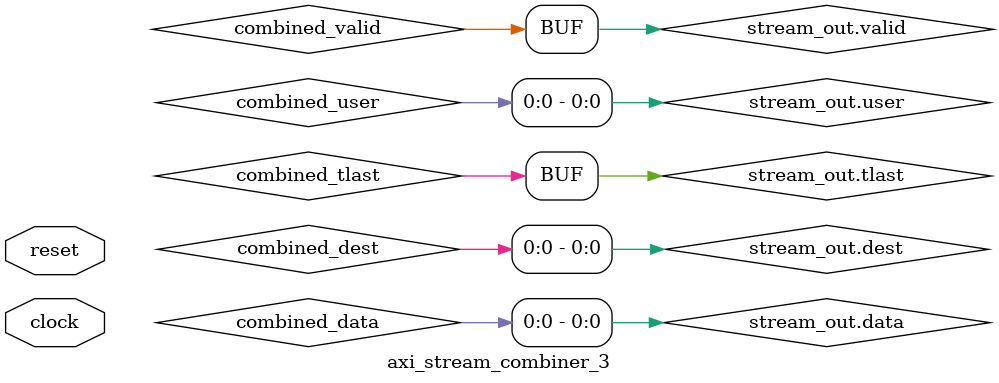
<source format=sv>

`timescale 10ns / 1ns
`include "interfaces.svh"

module axi_stream_combiner_3 #(parameter INPUT_DATA_WIDTH = 16, OUTPUT_DATA_WIDTH = 32, DEST_WIDTH = 8, USER_WIDTH = 8, TLAST_PERIOD = 1024, MSB_DEST_SUPPORT = "TRUE")(
    input wire clock,
    input wire reset,
    axi_stream.slave stream_in_1,
    axi_stream.slave stream_in_2,
    axi_stream.slave stream_in_3,
    axi_stream.master stream_out
);

    reg [INPUT_DATA_WIDTH-1:0] combined_data;
    reg [DEST_WIDTH-1:0] combined_dest;
    reg [USER_WIDTH-1:0] combined_user;
    reg combined_valid;
    wire combined_tlast;

    generate
        assign stream_out.tlast = combined_tlast;
        assign stream_out.user = combined_user;
        assign stream_out.valid = combined_valid;
        assign stream_out.dest = combined_dest;
        if(MSB_DEST_SUPPORT == "TRUE")begin
            assign stream_out.data = {combined_dest, {(OUTPUT_DATA_WIDTH-INPUT_DATA_WIDTH-8){combined_data[INPUT_DATA_WIDTH-1]} }, combined_data};
        end else begin
            assign stream_out.data = {{(OUTPUT_DATA_WIDTH-INPUT_DATA_WIDTH){combined_data[INPUT_DATA_WIDTH-1]}},combined_data};
        end  
    endgenerate



    ///////////////STREAM COMBINATION SECTION///////////////

    reg int_stream_1_ready, int_stream_2_ready, int_stream_3_ready;

    assign stream_in_1.ready = int_stream_1_ready & stream_out.ready;
    assign stream_in_2.ready = int_stream_2_ready & stream_out.ready;
    assign stream_in_3.ready = int_stream_3_ready & stream_out.ready; 

    always@(posedge clock)begin
        if(~reset)begin
            int_stream_1_ready <= 0;
            int_stream_2_ready <= 0;
            int_stream_3_ready <= 0; 
            combined_dest <= 0;
            combined_user <= 0;
            combined_valid <= 0;
            combined_data <= 0;
        end else begin

            if(stream_in_1.valid & stream_out.ready)begin
                int_stream_2_ready <= 0;
                int_stream_3_ready <= 0; 
                combined_user <= stream_in_1.user;            
                combined_dest <= stream_in_1.dest;
                combined_data <= stream_in_1.data;
                combined_valid <=1;

            end else if(stream_in_2.valid & stream_out.ready)begin
                int_stream_1_ready <= 0;
                int_stream_3_ready <= 0; 
                combined_user <= stream_in_2.user;            
                combined_dest <= stream_in_2.dest;
                combined_data <= stream_in_2.data;
                combined_valid <=1;

            end else if(stream_in_3.valid & stream_out.ready)begin
                int_stream_1_ready <= 0;
                int_stream_2_ready <= 0; 
                combined_user <= stream_in_3.user;            
                combined_dest <= stream_in_3.dest;
                combined_data <= stream_in_3.data;
                combined_valid <=1;

            end else begin
                combined_valid <= 0;
                int_stream_1_ready <= 1;
                int_stream_2_ready <= 1;
                int_stream_3_ready <= 1; 
            end
        end
    end



    ///////////////TLAST GENERATION SECTION///////////////

    reg [15:0] tlast_counter_1;
    reg [15:0] tlast_counter_2;
    reg [15:0] tlast_counter_3; 

    reg stream_1_prev_val, stream_2_prev_val, stream_3_prev_val;
    reg int_tlast_1, int_tlast_2, int_tlast_3;

    assign combined_tlast = int_tlast_1 | int_tlast_2 | int_tlast_3;

    always@(posedge clock)begin
        if(~reset)begin
            tlast_counter_1 <= 0;
            stream_1_prev_val <= 0;
            int_tlast_1 <= 0;
        
            tlast_counter_2 <= 0;
            stream_2_prev_val <= 0;
            int_tlast_2 <= 0;
        
            tlast_counter_3 <= 0;
            stream_3_prev_val <= 0;
            int_tlast_3 <= 0;
         
        end else begin
            if(stream_in_1.valid & ~stream_1_prev_val)begin
                    if(tlast_counter_1==TLAST_PERIOD-1)begin
                        tlast_counter_1 <= 0;
                        int_tlast_1 <= 1;
                    end else begin
                        tlast_counter_1 <= tlast_counter_1+1;
                    end

                end else if(stream_in_2.valid & ~stream_2_prev_val)begin
                    if(tlast_counter_2==TLAST_PERIOD-1)begin
                        tlast_counter_2 <= 0;
                        int_tlast_2 <= 1;
                    end else begin
                        tlast_counter_2 <= tlast_counter_2+1;
                    end

                end else if(stream_in_3.valid & ~stream_3_prev_val)begin
                    if(tlast_counter_3==TLAST_PERIOD-1)begin
                        tlast_counter_3 <= 0;
                        int_tlast_3 <= 1;
                    end else begin
                        tlast_counter_3 <= tlast_counter_3+1;
                    end

                end else begin
                    int_tlast_1 <= 0;
                    int_tlast_2 <= 0;
                    int_tlast_3 <= 0; 
                end    
        end
        stream_1_prev_val <= stream_in_1.valid;
        stream_2_prev_val <= stream_in_2.valid;
        stream_3_prev_val <= stream_in_3.valid; 
    end
endmodule
</source>
